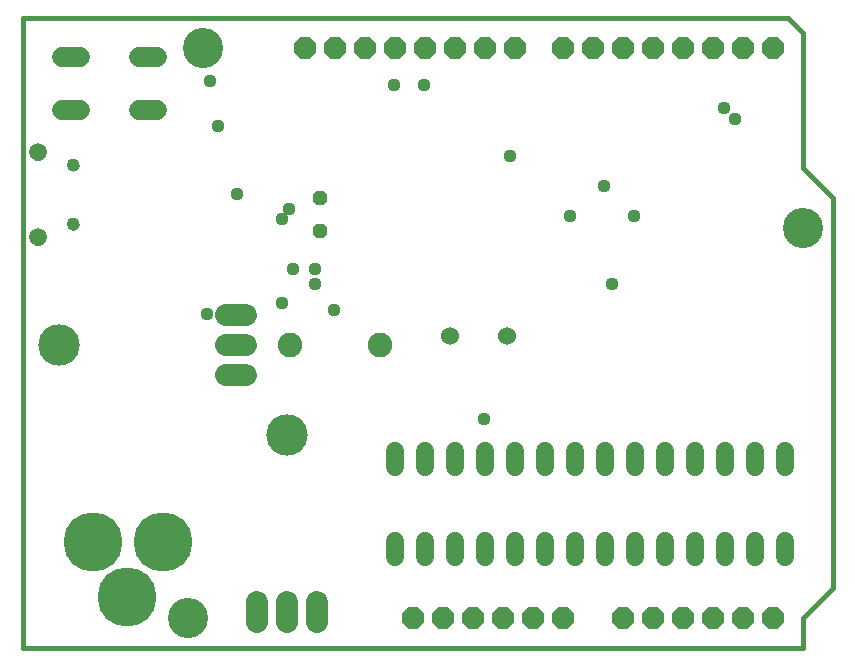
<source format=gbs>
G75*
%MOIN*%
%OFA0B0*%
%FSLAX25Y25*%
%IPPOS*%
%LPD*%
%AMOC8*
5,1,8,0,0,1.08239X$1,22.5*
%
%ADD10C,0.01600*%
%ADD11C,0.07400*%
%ADD12C,0.00000*%
%ADD13C,0.13800*%
%ADD14C,0.06000*%
%ADD15C,0.06800*%
%ADD16OC8,0.07400*%
%ADD17C,0.13398*%
%ADD18C,0.19698*%
%ADD19C,0.06000*%
%ADD20C,0.08200*%
%ADD21C,0.05918*%
%ADD22C,0.04343*%
%ADD23C,0.04400*%
%ADD24OC8,0.04762*%
D10*
X0027000Y0006800D02*
X0027000Y0216800D01*
X0282000Y0216800D01*
X0287000Y0211800D01*
X0287000Y0166800D01*
X0297000Y0156800D01*
X0297000Y0026800D01*
X0287000Y0016800D01*
X0287000Y0006800D01*
X0027000Y0006800D01*
D11*
X0105000Y0015500D02*
X0105000Y0022100D01*
X0115000Y0022100D02*
X0115000Y0015500D01*
X0125000Y0015500D02*
X0125000Y0022100D01*
X0101300Y0097800D02*
X0094700Y0097800D01*
X0094700Y0107800D02*
X0101300Y0107800D01*
X0101300Y0117800D02*
X0094700Y0117800D01*
D12*
X0042039Y0147957D02*
X0042041Y0148041D01*
X0042047Y0148124D01*
X0042057Y0148207D01*
X0042071Y0148290D01*
X0042088Y0148372D01*
X0042110Y0148453D01*
X0042135Y0148532D01*
X0042164Y0148611D01*
X0042197Y0148688D01*
X0042233Y0148763D01*
X0042273Y0148837D01*
X0042316Y0148909D01*
X0042363Y0148978D01*
X0042413Y0149045D01*
X0042466Y0149110D01*
X0042522Y0149172D01*
X0042580Y0149232D01*
X0042642Y0149289D01*
X0042706Y0149342D01*
X0042773Y0149393D01*
X0042842Y0149440D01*
X0042913Y0149485D01*
X0042986Y0149525D01*
X0043061Y0149562D01*
X0043138Y0149596D01*
X0043216Y0149626D01*
X0043295Y0149652D01*
X0043376Y0149675D01*
X0043458Y0149693D01*
X0043540Y0149708D01*
X0043623Y0149719D01*
X0043706Y0149726D01*
X0043790Y0149729D01*
X0043874Y0149728D01*
X0043957Y0149723D01*
X0044041Y0149714D01*
X0044123Y0149701D01*
X0044205Y0149685D01*
X0044286Y0149664D01*
X0044367Y0149640D01*
X0044445Y0149612D01*
X0044523Y0149580D01*
X0044599Y0149544D01*
X0044673Y0149505D01*
X0044745Y0149463D01*
X0044815Y0149417D01*
X0044883Y0149368D01*
X0044948Y0149316D01*
X0045011Y0149261D01*
X0045071Y0149203D01*
X0045129Y0149142D01*
X0045183Y0149078D01*
X0045235Y0149012D01*
X0045283Y0148944D01*
X0045328Y0148873D01*
X0045369Y0148800D01*
X0045408Y0148726D01*
X0045442Y0148650D01*
X0045473Y0148572D01*
X0045500Y0148493D01*
X0045524Y0148412D01*
X0045543Y0148331D01*
X0045559Y0148249D01*
X0045571Y0148166D01*
X0045579Y0148082D01*
X0045583Y0147999D01*
X0045583Y0147915D01*
X0045579Y0147832D01*
X0045571Y0147748D01*
X0045559Y0147665D01*
X0045543Y0147583D01*
X0045524Y0147502D01*
X0045500Y0147421D01*
X0045473Y0147342D01*
X0045442Y0147264D01*
X0045408Y0147188D01*
X0045369Y0147114D01*
X0045328Y0147041D01*
X0045283Y0146970D01*
X0045235Y0146902D01*
X0045183Y0146836D01*
X0045129Y0146772D01*
X0045071Y0146711D01*
X0045011Y0146653D01*
X0044948Y0146598D01*
X0044883Y0146546D01*
X0044815Y0146497D01*
X0044745Y0146451D01*
X0044673Y0146409D01*
X0044599Y0146370D01*
X0044523Y0146334D01*
X0044445Y0146302D01*
X0044367Y0146274D01*
X0044286Y0146250D01*
X0044205Y0146229D01*
X0044123Y0146213D01*
X0044041Y0146200D01*
X0043957Y0146191D01*
X0043874Y0146186D01*
X0043790Y0146185D01*
X0043706Y0146188D01*
X0043623Y0146195D01*
X0043540Y0146206D01*
X0043458Y0146221D01*
X0043376Y0146239D01*
X0043295Y0146262D01*
X0043216Y0146288D01*
X0043138Y0146318D01*
X0043061Y0146352D01*
X0042986Y0146389D01*
X0042913Y0146429D01*
X0042842Y0146474D01*
X0042773Y0146521D01*
X0042706Y0146572D01*
X0042642Y0146625D01*
X0042580Y0146682D01*
X0042522Y0146742D01*
X0042466Y0146804D01*
X0042413Y0146869D01*
X0042363Y0146936D01*
X0042316Y0147005D01*
X0042273Y0147077D01*
X0042233Y0147151D01*
X0042197Y0147226D01*
X0042164Y0147303D01*
X0042135Y0147382D01*
X0042110Y0147461D01*
X0042088Y0147542D01*
X0042071Y0147624D01*
X0042057Y0147707D01*
X0042047Y0147790D01*
X0042041Y0147873D01*
X0042039Y0147957D01*
X0029441Y0143627D02*
X0029443Y0143728D01*
X0029449Y0143829D01*
X0029459Y0143930D01*
X0029473Y0144030D01*
X0029491Y0144129D01*
X0029513Y0144228D01*
X0029538Y0144326D01*
X0029568Y0144423D01*
X0029601Y0144518D01*
X0029638Y0144612D01*
X0029679Y0144705D01*
X0029723Y0144796D01*
X0029771Y0144885D01*
X0029823Y0144972D01*
X0029878Y0145057D01*
X0029936Y0145139D01*
X0029997Y0145220D01*
X0030062Y0145298D01*
X0030129Y0145373D01*
X0030199Y0145445D01*
X0030273Y0145515D01*
X0030349Y0145582D01*
X0030427Y0145646D01*
X0030508Y0145706D01*
X0030591Y0145763D01*
X0030677Y0145817D01*
X0030765Y0145868D01*
X0030854Y0145915D01*
X0030945Y0145959D01*
X0031038Y0145998D01*
X0031133Y0146035D01*
X0031228Y0146067D01*
X0031325Y0146096D01*
X0031424Y0146120D01*
X0031522Y0146141D01*
X0031622Y0146158D01*
X0031722Y0146171D01*
X0031823Y0146180D01*
X0031924Y0146185D01*
X0032025Y0146186D01*
X0032126Y0146183D01*
X0032227Y0146176D01*
X0032328Y0146165D01*
X0032428Y0146150D01*
X0032527Y0146131D01*
X0032626Y0146108D01*
X0032723Y0146082D01*
X0032820Y0146051D01*
X0032915Y0146017D01*
X0033008Y0145979D01*
X0033101Y0145937D01*
X0033191Y0145892D01*
X0033280Y0145843D01*
X0033366Y0145791D01*
X0033450Y0145735D01*
X0033533Y0145676D01*
X0033612Y0145614D01*
X0033690Y0145549D01*
X0033764Y0145481D01*
X0033836Y0145409D01*
X0033905Y0145336D01*
X0033971Y0145259D01*
X0034034Y0145180D01*
X0034094Y0145098D01*
X0034150Y0145014D01*
X0034203Y0144928D01*
X0034253Y0144840D01*
X0034299Y0144750D01*
X0034342Y0144659D01*
X0034381Y0144565D01*
X0034416Y0144470D01*
X0034447Y0144374D01*
X0034475Y0144277D01*
X0034499Y0144179D01*
X0034519Y0144080D01*
X0034535Y0143980D01*
X0034547Y0143879D01*
X0034555Y0143779D01*
X0034559Y0143678D01*
X0034559Y0143576D01*
X0034555Y0143475D01*
X0034547Y0143375D01*
X0034535Y0143274D01*
X0034519Y0143174D01*
X0034499Y0143075D01*
X0034475Y0142977D01*
X0034447Y0142880D01*
X0034416Y0142784D01*
X0034381Y0142689D01*
X0034342Y0142595D01*
X0034299Y0142504D01*
X0034253Y0142414D01*
X0034203Y0142326D01*
X0034150Y0142240D01*
X0034094Y0142156D01*
X0034034Y0142074D01*
X0033971Y0141995D01*
X0033905Y0141918D01*
X0033836Y0141845D01*
X0033764Y0141773D01*
X0033690Y0141705D01*
X0033612Y0141640D01*
X0033533Y0141578D01*
X0033450Y0141519D01*
X0033366Y0141463D01*
X0033279Y0141411D01*
X0033191Y0141362D01*
X0033101Y0141317D01*
X0033008Y0141275D01*
X0032915Y0141237D01*
X0032820Y0141203D01*
X0032723Y0141172D01*
X0032626Y0141146D01*
X0032527Y0141123D01*
X0032428Y0141104D01*
X0032328Y0141089D01*
X0032227Y0141078D01*
X0032126Y0141071D01*
X0032025Y0141068D01*
X0031924Y0141069D01*
X0031823Y0141074D01*
X0031722Y0141083D01*
X0031622Y0141096D01*
X0031522Y0141113D01*
X0031424Y0141134D01*
X0031325Y0141158D01*
X0031228Y0141187D01*
X0031133Y0141219D01*
X0031038Y0141256D01*
X0030945Y0141295D01*
X0030854Y0141339D01*
X0030765Y0141386D01*
X0030677Y0141437D01*
X0030591Y0141491D01*
X0030508Y0141548D01*
X0030427Y0141608D01*
X0030349Y0141672D01*
X0030273Y0141739D01*
X0030199Y0141809D01*
X0030129Y0141881D01*
X0030062Y0141956D01*
X0029997Y0142034D01*
X0029936Y0142115D01*
X0029878Y0142197D01*
X0029823Y0142282D01*
X0029771Y0142369D01*
X0029723Y0142458D01*
X0029679Y0142549D01*
X0029638Y0142642D01*
X0029601Y0142736D01*
X0029568Y0142831D01*
X0029538Y0142928D01*
X0029513Y0143026D01*
X0029491Y0143125D01*
X0029473Y0143224D01*
X0029459Y0143324D01*
X0029449Y0143425D01*
X0029443Y0143526D01*
X0029441Y0143627D01*
X0042039Y0167643D02*
X0042041Y0167727D01*
X0042047Y0167810D01*
X0042057Y0167893D01*
X0042071Y0167976D01*
X0042088Y0168058D01*
X0042110Y0168139D01*
X0042135Y0168218D01*
X0042164Y0168297D01*
X0042197Y0168374D01*
X0042233Y0168449D01*
X0042273Y0168523D01*
X0042316Y0168595D01*
X0042363Y0168664D01*
X0042413Y0168731D01*
X0042466Y0168796D01*
X0042522Y0168858D01*
X0042580Y0168918D01*
X0042642Y0168975D01*
X0042706Y0169028D01*
X0042773Y0169079D01*
X0042842Y0169126D01*
X0042913Y0169171D01*
X0042986Y0169211D01*
X0043061Y0169248D01*
X0043138Y0169282D01*
X0043216Y0169312D01*
X0043295Y0169338D01*
X0043376Y0169361D01*
X0043458Y0169379D01*
X0043540Y0169394D01*
X0043623Y0169405D01*
X0043706Y0169412D01*
X0043790Y0169415D01*
X0043874Y0169414D01*
X0043957Y0169409D01*
X0044041Y0169400D01*
X0044123Y0169387D01*
X0044205Y0169371D01*
X0044286Y0169350D01*
X0044367Y0169326D01*
X0044445Y0169298D01*
X0044523Y0169266D01*
X0044599Y0169230D01*
X0044673Y0169191D01*
X0044745Y0169149D01*
X0044815Y0169103D01*
X0044883Y0169054D01*
X0044948Y0169002D01*
X0045011Y0168947D01*
X0045071Y0168889D01*
X0045129Y0168828D01*
X0045183Y0168764D01*
X0045235Y0168698D01*
X0045283Y0168630D01*
X0045328Y0168559D01*
X0045369Y0168486D01*
X0045408Y0168412D01*
X0045442Y0168336D01*
X0045473Y0168258D01*
X0045500Y0168179D01*
X0045524Y0168098D01*
X0045543Y0168017D01*
X0045559Y0167935D01*
X0045571Y0167852D01*
X0045579Y0167768D01*
X0045583Y0167685D01*
X0045583Y0167601D01*
X0045579Y0167518D01*
X0045571Y0167434D01*
X0045559Y0167351D01*
X0045543Y0167269D01*
X0045524Y0167188D01*
X0045500Y0167107D01*
X0045473Y0167028D01*
X0045442Y0166950D01*
X0045408Y0166874D01*
X0045369Y0166800D01*
X0045328Y0166727D01*
X0045283Y0166656D01*
X0045235Y0166588D01*
X0045183Y0166522D01*
X0045129Y0166458D01*
X0045071Y0166397D01*
X0045011Y0166339D01*
X0044948Y0166284D01*
X0044883Y0166232D01*
X0044815Y0166183D01*
X0044745Y0166137D01*
X0044673Y0166095D01*
X0044599Y0166056D01*
X0044523Y0166020D01*
X0044445Y0165988D01*
X0044367Y0165960D01*
X0044286Y0165936D01*
X0044205Y0165915D01*
X0044123Y0165899D01*
X0044041Y0165886D01*
X0043957Y0165877D01*
X0043874Y0165872D01*
X0043790Y0165871D01*
X0043706Y0165874D01*
X0043623Y0165881D01*
X0043540Y0165892D01*
X0043458Y0165907D01*
X0043376Y0165925D01*
X0043295Y0165948D01*
X0043216Y0165974D01*
X0043138Y0166004D01*
X0043061Y0166038D01*
X0042986Y0166075D01*
X0042913Y0166115D01*
X0042842Y0166160D01*
X0042773Y0166207D01*
X0042706Y0166258D01*
X0042642Y0166311D01*
X0042580Y0166368D01*
X0042522Y0166428D01*
X0042466Y0166490D01*
X0042413Y0166555D01*
X0042363Y0166622D01*
X0042316Y0166691D01*
X0042273Y0166763D01*
X0042233Y0166837D01*
X0042197Y0166912D01*
X0042164Y0166989D01*
X0042135Y0167068D01*
X0042110Y0167147D01*
X0042088Y0167228D01*
X0042071Y0167310D01*
X0042057Y0167393D01*
X0042047Y0167476D01*
X0042041Y0167559D01*
X0042039Y0167643D01*
X0029441Y0171973D02*
X0029443Y0172074D01*
X0029449Y0172175D01*
X0029459Y0172276D01*
X0029473Y0172376D01*
X0029491Y0172475D01*
X0029513Y0172574D01*
X0029538Y0172672D01*
X0029568Y0172769D01*
X0029601Y0172864D01*
X0029638Y0172958D01*
X0029679Y0173051D01*
X0029723Y0173142D01*
X0029771Y0173231D01*
X0029823Y0173318D01*
X0029878Y0173403D01*
X0029936Y0173485D01*
X0029997Y0173566D01*
X0030062Y0173644D01*
X0030129Y0173719D01*
X0030199Y0173791D01*
X0030273Y0173861D01*
X0030349Y0173928D01*
X0030427Y0173992D01*
X0030508Y0174052D01*
X0030591Y0174109D01*
X0030677Y0174163D01*
X0030765Y0174214D01*
X0030854Y0174261D01*
X0030945Y0174305D01*
X0031038Y0174344D01*
X0031133Y0174381D01*
X0031228Y0174413D01*
X0031325Y0174442D01*
X0031424Y0174466D01*
X0031522Y0174487D01*
X0031622Y0174504D01*
X0031722Y0174517D01*
X0031823Y0174526D01*
X0031924Y0174531D01*
X0032025Y0174532D01*
X0032126Y0174529D01*
X0032227Y0174522D01*
X0032328Y0174511D01*
X0032428Y0174496D01*
X0032527Y0174477D01*
X0032626Y0174454D01*
X0032723Y0174428D01*
X0032820Y0174397D01*
X0032915Y0174363D01*
X0033008Y0174325D01*
X0033101Y0174283D01*
X0033191Y0174238D01*
X0033280Y0174189D01*
X0033366Y0174137D01*
X0033450Y0174081D01*
X0033533Y0174022D01*
X0033612Y0173960D01*
X0033690Y0173895D01*
X0033764Y0173827D01*
X0033836Y0173755D01*
X0033905Y0173682D01*
X0033971Y0173605D01*
X0034034Y0173526D01*
X0034094Y0173444D01*
X0034150Y0173360D01*
X0034203Y0173274D01*
X0034253Y0173186D01*
X0034299Y0173096D01*
X0034342Y0173005D01*
X0034381Y0172911D01*
X0034416Y0172816D01*
X0034447Y0172720D01*
X0034475Y0172623D01*
X0034499Y0172525D01*
X0034519Y0172426D01*
X0034535Y0172326D01*
X0034547Y0172225D01*
X0034555Y0172125D01*
X0034559Y0172024D01*
X0034559Y0171922D01*
X0034555Y0171821D01*
X0034547Y0171721D01*
X0034535Y0171620D01*
X0034519Y0171520D01*
X0034499Y0171421D01*
X0034475Y0171323D01*
X0034447Y0171226D01*
X0034416Y0171130D01*
X0034381Y0171035D01*
X0034342Y0170941D01*
X0034299Y0170850D01*
X0034253Y0170760D01*
X0034203Y0170672D01*
X0034150Y0170586D01*
X0034094Y0170502D01*
X0034034Y0170420D01*
X0033971Y0170341D01*
X0033905Y0170264D01*
X0033836Y0170191D01*
X0033764Y0170119D01*
X0033690Y0170051D01*
X0033612Y0169986D01*
X0033533Y0169924D01*
X0033450Y0169865D01*
X0033366Y0169809D01*
X0033279Y0169757D01*
X0033191Y0169708D01*
X0033101Y0169663D01*
X0033008Y0169621D01*
X0032915Y0169583D01*
X0032820Y0169549D01*
X0032723Y0169518D01*
X0032626Y0169492D01*
X0032527Y0169469D01*
X0032428Y0169450D01*
X0032328Y0169435D01*
X0032227Y0169424D01*
X0032126Y0169417D01*
X0032025Y0169414D01*
X0031924Y0169415D01*
X0031823Y0169420D01*
X0031722Y0169429D01*
X0031622Y0169442D01*
X0031522Y0169459D01*
X0031424Y0169480D01*
X0031325Y0169504D01*
X0031228Y0169533D01*
X0031133Y0169565D01*
X0031038Y0169602D01*
X0030945Y0169641D01*
X0030854Y0169685D01*
X0030765Y0169732D01*
X0030677Y0169783D01*
X0030591Y0169837D01*
X0030508Y0169894D01*
X0030427Y0169954D01*
X0030349Y0170018D01*
X0030273Y0170085D01*
X0030199Y0170155D01*
X0030129Y0170227D01*
X0030062Y0170302D01*
X0029997Y0170380D01*
X0029936Y0170461D01*
X0029878Y0170543D01*
X0029823Y0170628D01*
X0029771Y0170715D01*
X0029723Y0170804D01*
X0029679Y0170895D01*
X0029638Y0170988D01*
X0029601Y0171082D01*
X0029568Y0171177D01*
X0029538Y0171274D01*
X0029513Y0171372D01*
X0029491Y0171471D01*
X0029473Y0171570D01*
X0029459Y0171670D01*
X0029449Y0171771D01*
X0029443Y0171872D01*
X0029441Y0171973D01*
X0080701Y0206800D02*
X0080703Y0206958D01*
X0080709Y0207116D01*
X0080719Y0207274D01*
X0080733Y0207432D01*
X0080751Y0207589D01*
X0080772Y0207746D01*
X0080798Y0207902D01*
X0080828Y0208058D01*
X0080861Y0208213D01*
X0080899Y0208366D01*
X0080940Y0208519D01*
X0080985Y0208671D01*
X0081034Y0208822D01*
X0081087Y0208971D01*
X0081143Y0209119D01*
X0081203Y0209265D01*
X0081267Y0209410D01*
X0081335Y0209553D01*
X0081406Y0209695D01*
X0081480Y0209835D01*
X0081558Y0209972D01*
X0081640Y0210108D01*
X0081724Y0210242D01*
X0081813Y0210373D01*
X0081904Y0210502D01*
X0081999Y0210629D01*
X0082096Y0210754D01*
X0082197Y0210876D01*
X0082301Y0210995D01*
X0082408Y0211112D01*
X0082518Y0211226D01*
X0082631Y0211337D01*
X0082746Y0211446D01*
X0082864Y0211551D01*
X0082985Y0211653D01*
X0083108Y0211753D01*
X0083234Y0211849D01*
X0083362Y0211942D01*
X0083492Y0212032D01*
X0083625Y0212118D01*
X0083760Y0212202D01*
X0083896Y0212281D01*
X0084035Y0212358D01*
X0084176Y0212430D01*
X0084318Y0212500D01*
X0084462Y0212565D01*
X0084608Y0212627D01*
X0084755Y0212685D01*
X0084904Y0212740D01*
X0085054Y0212791D01*
X0085205Y0212838D01*
X0085357Y0212881D01*
X0085510Y0212920D01*
X0085665Y0212956D01*
X0085820Y0212987D01*
X0085976Y0213015D01*
X0086132Y0213039D01*
X0086289Y0213059D01*
X0086447Y0213075D01*
X0086604Y0213087D01*
X0086763Y0213095D01*
X0086921Y0213099D01*
X0087079Y0213099D01*
X0087237Y0213095D01*
X0087396Y0213087D01*
X0087553Y0213075D01*
X0087711Y0213059D01*
X0087868Y0213039D01*
X0088024Y0213015D01*
X0088180Y0212987D01*
X0088335Y0212956D01*
X0088490Y0212920D01*
X0088643Y0212881D01*
X0088795Y0212838D01*
X0088946Y0212791D01*
X0089096Y0212740D01*
X0089245Y0212685D01*
X0089392Y0212627D01*
X0089538Y0212565D01*
X0089682Y0212500D01*
X0089824Y0212430D01*
X0089965Y0212358D01*
X0090104Y0212281D01*
X0090240Y0212202D01*
X0090375Y0212118D01*
X0090508Y0212032D01*
X0090638Y0211942D01*
X0090766Y0211849D01*
X0090892Y0211753D01*
X0091015Y0211653D01*
X0091136Y0211551D01*
X0091254Y0211446D01*
X0091369Y0211337D01*
X0091482Y0211226D01*
X0091592Y0211112D01*
X0091699Y0210995D01*
X0091803Y0210876D01*
X0091904Y0210754D01*
X0092001Y0210629D01*
X0092096Y0210502D01*
X0092187Y0210373D01*
X0092276Y0210242D01*
X0092360Y0210108D01*
X0092442Y0209972D01*
X0092520Y0209835D01*
X0092594Y0209695D01*
X0092665Y0209553D01*
X0092733Y0209410D01*
X0092797Y0209265D01*
X0092857Y0209119D01*
X0092913Y0208971D01*
X0092966Y0208822D01*
X0093015Y0208671D01*
X0093060Y0208519D01*
X0093101Y0208366D01*
X0093139Y0208213D01*
X0093172Y0208058D01*
X0093202Y0207902D01*
X0093228Y0207746D01*
X0093249Y0207589D01*
X0093267Y0207432D01*
X0093281Y0207274D01*
X0093291Y0207116D01*
X0093297Y0206958D01*
X0093299Y0206800D01*
X0093297Y0206642D01*
X0093291Y0206484D01*
X0093281Y0206326D01*
X0093267Y0206168D01*
X0093249Y0206011D01*
X0093228Y0205854D01*
X0093202Y0205698D01*
X0093172Y0205542D01*
X0093139Y0205387D01*
X0093101Y0205234D01*
X0093060Y0205081D01*
X0093015Y0204929D01*
X0092966Y0204778D01*
X0092913Y0204629D01*
X0092857Y0204481D01*
X0092797Y0204335D01*
X0092733Y0204190D01*
X0092665Y0204047D01*
X0092594Y0203905D01*
X0092520Y0203765D01*
X0092442Y0203628D01*
X0092360Y0203492D01*
X0092276Y0203358D01*
X0092187Y0203227D01*
X0092096Y0203098D01*
X0092001Y0202971D01*
X0091904Y0202846D01*
X0091803Y0202724D01*
X0091699Y0202605D01*
X0091592Y0202488D01*
X0091482Y0202374D01*
X0091369Y0202263D01*
X0091254Y0202154D01*
X0091136Y0202049D01*
X0091015Y0201947D01*
X0090892Y0201847D01*
X0090766Y0201751D01*
X0090638Y0201658D01*
X0090508Y0201568D01*
X0090375Y0201482D01*
X0090240Y0201398D01*
X0090104Y0201319D01*
X0089965Y0201242D01*
X0089824Y0201170D01*
X0089682Y0201100D01*
X0089538Y0201035D01*
X0089392Y0200973D01*
X0089245Y0200915D01*
X0089096Y0200860D01*
X0088946Y0200809D01*
X0088795Y0200762D01*
X0088643Y0200719D01*
X0088490Y0200680D01*
X0088335Y0200644D01*
X0088180Y0200613D01*
X0088024Y0200585D01*
X0087868Y0200561D01*
X0087711Y0200541D01*
X0087553Y0200525D01*
X0087396Y0200513D01*
X0087237Y0200505D01*
X0087079Y0200501D01*
X0086921Y0200501D01*
X0086763Y0200505D01*
X0086604Y0200513D01*
X0086447Y0200525D01*
X0086289Y0200541D01*
X0086132Y0200561D01*
X0085976Y0200585D01*
X0085820Y0200613D01*
X0085665Y0200644D01*
X0085510Y0200680D01*
X0085357Y0200719D01*
X0085205Y0200762D01*
X0085054Y0200809D01*
X0084904Y0200860D01*
X0084755Y0200915D01*
X0084608Y0200973D01*
X0084462Y0201035D01*
X0084318Y0201100D01*
X0084176Y0201170D01*
X0084035Y0201242D01*
X0083896Y0201319D01*
X0083760Y0201398D01*
X0083625Y0201482D01*
X0083492Y0201568D01*
X0083362Y0201658D01*
X0083234Y0201751D01*
X0083108Y0201847D01*
X0082985Y0201947D01*
X0082864Y0202049D01*
X0082746Y0202154D01*
X0082631Y0202263D01*
X0082518Y0202374D01*
X0082408Y0202488D01*
X0082301Y0202605D01*
X0082197Y0202724D01*
X0082096Y0202846D01*
X0081999Y0202971D01*
X0081904Y0203098D01*
X0081813Y0203227D01*
X0081724Y0203358D01*
X0081640Y0203492D01*
X0081558Y0203628D01*
X0081480Y0203765D01*
X0081406Y0203905D01*
X0081335Y0204047D01*
X0081267Y0204190D01*
X0081203Y0204335D01*
X0081143Y0204481D01*
X0081087Y0204629D01*
X0081034Y0204778D01*
X0080985Y0204929D01*
X0080940Y0205081D01*
X0080899Y0205234D01*
X0080861Y0205387D01*
X0080828Y0205542D01*
X0080798Y0205698D01*
X0080772Y0205854D01*
X0080751Y0206011D01*
X0080733Y0206168D01*
X0080719Y0206326D01*
X0080709Y0206484D01*
X0080703Y0206642D01*
X0080701Y0206800D01*
X0032500Y0107800D02*
X0032502Y0107961D01*
X0032508Y0108121D01*
X0032518Y0108282D01*
X0032532Y0108442D01*
X0032550Y0108602D01*
X0032571Y0108761D01*
X0032597Y0108920D01*
X0032627Y0109078D01*
X0032660Y0109235D01*
X0032698Y0109392D01*
X0032739Y0109547D01*
X0032784Y0109701D01*
X0032833Y0109854D01*
X0032886Y0110006D01*
X0032942Y0110157D01*
X0033003Y0110306D01*
X0033066Y0110454D01*
X0033134Y0110600D01*
X0033205Y0110744D01*
X0033279Y0110886D01*
X0033357Y0111027D01*
X0033439Y0111165D01*
X0033524Y0111302D01*
X0033612Y0111436D01*
X0033704Y0111568D01*
X0033799Y0111698D01*
X0033897Y0111826D01*
X0033998Y0111951D01*
X0034102Y0112073D01*
X0034209Y0112193D01*
X0034319Y0112310D01*
X0034432Y0112425D01*
X0034548Y0112536D01*
X0034667Y0112645D01*
X0034788Y0112750D01*
X0034912Y0112853D01*
X0035038Y0112953D01*
X0035166Y0113049D01*
X0035297Y0113142D01*
X0035431Y0113232D01*
X0035566Y0113319D01*
X0035704Y0113402D01*
X0035843Y0113482D01*
X0035985Y0113558D01*
X0036128Y0113631D01*
X0036273Y0113700D01*
X0036420Y0113766D01*
X0036568Y0113828D01*
X0036718Y0113886D01*
X0036869Y0113941D01*
X0037022Y0113992D01*
X0037176Y0114039D01*
X0037331Y0114082D01*
X0037487Y0114121D01*
X0037643Y0114157D01*
X0037801Y0114188D01*
X0037959Y0114216D01*
X0038118Y0114240D01*
X0038278Y0114260D01*
X0038438Y0114276D01*
X0038598Y0114288D01*
X0038759Y0114296D01*
X0038920Y0114300D01*
X0039080Y0114300D01*
X0039241Y0114296D01*
X0039402Y0114288D01*
X0039562Y0114276D01*
X0039722Y0114260D01*
X0039882Y0114240D01*
X0040041Y0114216D01*
X0040199Y0114188D01*
X0040357Y0114157D01*
X0040513Y0114121D01*
X0040669Y0114082D01*
X0040824Y0114039D01*
X0040978Y0113992D01*
X0041131Y0113941D01*
X0041282Y0113886D01*
X0041432Y0113828D01*
X0041580Y0113766D01*
X0041727Y0113700D01*
X0041872Y0113631D01*
X0042015Y0113558D01*
X0042157Y0113482D01*
X0042296Y0113402D01*
X0042434Y0113319D01*
X0042569Y0113232D01*
X0042703Y0113142D01*
X0042834Y0113049D01*
X0042962Y0112953D01*
X0043088Y0112853D01*
X0043212Y0112750D01*
X0043333Y0112645D01*
X0043452Y0112536D01*
X0043568Y0112425D01*
X0043681Y0112310D01*
X0043791Y0112193D01*
X0043898Y0112073D01*
X0044002Y0111951D01*
X0044103Y0111826D01*
X0044201Y0111698D01*
X0044296Y0111568D01*
X0044388Y0111436D01*
X0044476Y0111302D01*
X0044561Y0111165D01*
X0044643Y0111027D01*
X0044721Y0110886D01*
X0044795Y0110744D01*
X0044866Y0110600D01*
X0044934Y0110454D01*
X0044997Y0110306D01*
X0045058Y0110157D01*
X0045114Y0110006D01*
X0045167Y0109854D01*
X0045216Y0109701D01*
X0045261Y0109547D01*
X0045302Y0109392D01*
X0045340Y0109235D01*
X0045373Y0109078D01*
X0045403Y0108920D01*
X0045429Y0108761D01*
X0045450Y0108602D01*
X0045468Y0108442D01*
X0045482Y0108282D01*
X0045492Y0108121D01*
X0045498Y0107961D01*
X0045500Y0107800D01*
X0045498Y0107639D01*
X0045492Y0107479D01*
X0045482Y0107318D01*
X0045468Y0107158D01*
X0045450Y0106998D01*
X0045429Y0106839D01*
X0045403Y0106680D01*
X0045373Y0106522D01*
X0045340Y0106365D01*
X0045302Y0106208D01*
X0045261Y0106053D01*
X0045216Y0105899D01*
X0045167Y0105746D01*
X0045114Y0105594D01*
X0045058Y0105443D01*
X0044997Y0105294D01*
X0044934Y0105146D01*
X0044866Y0105000D01*
X0044795Y0104856D01*
X0044721Y0104714D01*
X0044643Y0104573D01*
X0044561Y0104435D01*
X0044476Y0104298D01*
X0044388Y0104164D01*
X0044296Y0104032D01*
X0044201Y0103902D01*
X0044103Y0103774D01*
X0044002Y0103649D01*
X0043898Y0103527D01*
X0043791Y0103407D01*
X0043681Y0103290D01*
X0043568Y0103175D01*
X0043452Y0103064D01*
X0043333Y0102955D01*
X0043212Y0102850D01*
X0043088Y0102747D01*
X0042962Y0102647D01*
X0042834Y0102551D01*
X0042703Y0102458D01*
X0042569Y0102368D01*
X0042434Y0102281D01*
X0042296Y0102198D01*
X0042157Y0102118D01*
X0042015Y0102042D01*
X0041872Y0101969D01*
X0041727Y0101900D01*
X0041580Y0101834D01*
X0041432Y0101772D01*
X0041282Y0101714D01*
X0041131Y0101659D01*
X0040978Y0101608D01*
X0040824Y0101561D01*
X0040669Y0101518D01*
X0040513Y0101479D01*
X0040357Y0101443D01*
X0040199Y0101412D01*
X0040041Y0101384D01*
X0039882Y0101360D01*
X0039722Y0101340D01*
X0039562Y0101324D01*
X0039402Y0101312D01*
X0039241Y0101304D01*
X0039080Y0101300D01*
X0038920Y0101300D01*
X0038759Y0101304D01*
X0038598Y0101312D01*
X0038438Y0101324D01*
X0038278Y0101340D01*
X0038118Y0101360D01*
X0037959Y0101384D01*
X0037801Y0101412D01*
X0037643Y0101443D01*
X0037487Y0101479D01*
X0037331Y0101518D01*
X0037176Y0101561D01*
X0037022Y0101608D01*
X0036869Y0101659D01*
X0036718Y0101714D01*
X0036568Y0101772D01*
X0036420Y0101834D01*
X0036273Y0101900D01*
X0036128Y0101969D01*
X0035985Y0102042D01*
X0035843Y0102118D01*
X0035704Y0102198D01*
X0035566Y0102281D01*
X0035431Y0102368D01*
X0035297Y0102458D01*
X0035166Y0102551D01*
X0035038Y0102647D01*
X0034912Y0102747D01*
X0034788Y0102850D01*
X0034667Y0102955D01*
X0034548Y0103064D01*
X0034432Y0103175D01*
X0034319Y0103290D01*
X0034209Y0103407D01*
X0034102Y0103527D01*
X0033998Y0103649D01*
X0033897Y0103774D01*
X0033799Y0103902D01*
X0033704Y0104032D01*
X0033612Y0104164D01*
X0033524Y0104298D01*
X0033439Y0104435D01*
X0033357Y0104573D01*
X0033279Y0104714D01*
X0033205Y0104856D01*
X0033134Y0105000D01*
X0033066Y0105146D01*
X0033003Y0105294D01*
X0032942Y0105443D01*
X0032886Y0105594D01*
X0032833Y0105746D01*
X0032784Y0105899D01*
X0032739Y0106053D01*
X0032698Y0106208D01*
X0032660Y0106365D01*
X0032627Y0106522D01*
X0032597Y0106680D01*
X0032571Y0106839D01*
X0032550Y0106998D01*
X0032532Y0107158D01*
X0032518Y0107318D01*
X0032508Y0107479D01*
X0032502Y0107639D01*
X0032500Y0107800D01*
X0108500Y0077800D02*
X0108502Y0077961D01*
X0108508Y0078121D01*
X0108518Y0078282D01*
X0108532Y0078442D01*
X0108550Y0078602D01*
X0108571Y0078761D01*
X0108597Y0078920D01*
X0108627Y0079078D01*
X0108660Y0079235D01*
X0108698Y0079392D01*
X0108739Y0079547D01*
X0108784Y0079701D01*
X0108833Y0079854D01*
X0108886Y0080006D01*
X0108942Y0080157D01*
X0109003Y0080306D01*
X0109066Y0080454D01*
X0109134Y0080600D01*
X0109205Y0080744D01*
X0109279Y0080886D01*
X0109357Y0081027D01*
X0109439Y0081165D01*
X0109524Y0081302D01*
X0109612Y0081436D01*
X0109704Y0081568D01*
X0109799Y0081698D01*
X0109897Y0081826D01*
X0109998Y0081951D01*
X0110102Y0082073D01*
X0110209Y0082193D01*
X0110319Y0082310D01*
X0110432Y0082425D01*
X0110548Y0082536D01*
X0110667Y0082645D01*
X0110788Y0082750D01*
X0110912Y0082853D01*
X0111038Y0082953D01*
X0111166Y0083049D01*
X0111297Y0083142D01*
X0111431Y0083232D01*
X0111566Y0083319D01*
X0111704Y0083402D01*
X0111843Y0083482D01*
X0111985Y0083558D01*
X0112128Y0083631D01*
X0112273Y0083700D01*
X0112420Y0083766D01*
X0112568Y0083828D01*
X0112718Y0083886D01*
X0112869Y0083941D01*
X0113022Y0083992D01*
X0113176Y0084039D01*
X0113331Y0084082D01*
X0113487Y0084121D01*
X0113643Y0084157D01*
X0113801Y0084188D01*
X0113959Y0084216D01*
X0114118Y0084240D01*
X0114278Y0084260D01*
X0114438Y0084276D01*
X0114598Y0084288D01*
X0114759Y0084296D01*
X0114920Y0084300D01*
X0115080Y0084300D01*
X0115241Y0084296D01*
X0115402Y0084288D01*
X0115562Y0084276D01*
X0115722Y0084260D01*
X0115882Y0084240D01*
X0116041Y0084216D01*
X0116199Y0084188D01*
X0116357Y0084157D01*
X0116513Y0084121D01*
X0116669Y0084082D01*
X0116824Y0084039D01*
X0116978Y0083992D01*
X0117131Y0083941D01*
X0117282Y0083886D01*
X0117432Y0083828D01*
X0117580Y0083766D01*
X0117727Y0083700D01*
X0117872Y0083631D01*
X0118015Y0083558D01*
X0118157Y0083482D01*
X0118296Y0083402D01*
X0118434Y0083319D01*
X0118569Y0083232D01*
X0118703Y0083142D01*
X0118834Y0083049D01*
X0118962Y0082953D01*
X0119088Y0082853D01*
X0119212Y0082750D01*
X0119333Y0082645D01*
X0119452Y0082536D01*
X0119568Y0082425D01*
X0119681Y0082310D01*
X0119791Y0082193D01*
X0119898Y0082073D01*
X0120002Y0081951D01*
X0120103Y0081826D01*
X0120201Y0081698D01*
X0120296Y0081568D01*
X0120388Y0081436D01*
X0120476Y0081302D01*
X0120561Y0081165D01*
X0120643Y0081027D01*
X0120721Y0080886D01*
X0120795Y0080744D01*
X0120866Y0080600D01*
X0120934Y0080454D01*
X0120997Y0080306D01*
X0121058Y0080157D01*
X0121114Y0080006D01*
X0121167Y0079854D01*
X0121216Y0079701D01*
X0121261Y0079547D01*
X0121302Y0079392D01*
X0121340Y0079235D01*
X0121373Y0079078D01*
X0121403Y0078920D01*
X0121429Y0078761D01*
X0121450Y0078602D01*
X0121468Y0078442D01*
X0121482Y0078282D01*
X0121492Y0078121D01*
X0121498Y0077961D01*
X0121500Y0077800D01*
X0121498Y0077639D01*
X0121492Y0077479D01*
X0121482Y0077318D01*
X0121468Y0077158D01*
X0121450Y0076998D01*
X0121429Y0076839D01*
X0121403Y0076680D01*
X0121373Y0076522D01*
X0121340Y0076365D01*
X0121302Y0076208D01*
X0121261Y0076053D01*
X0121216Y0075899D01*
X0121167Y0075746D01*
X0121114Y0075594D01*
X0121058Y0075443D01*
X0120997Y0075294D01*
X0120934Y0075146D01*
X0120866Y0075000D01*
X0120795Y0074856D01*
X0120721Y0074714D01*
X0120643Y0074573D01*
X0120561Y0074435D01*
X0120476Y0074298D01*
X0120388Y0074164D01*
X0120296Y0074032D01*
X0120201Y0073902D01*
X0120103Y0073774D01*
X0120002Y0073649D01*
X0119898Y0073527D01*
X0119791Y0073407D01*
X0119681Y0073290D01*
X0119568Y0073175D01*
X0119452Y0073064D01*
X0119333Y0072955D01*
X0119212Y0072850D01*
X0119088Y0072747D01*
X0118962Y0072647D01*
X0118834Y0072551D01*
X0118703Y0072458D01*
X0118569Y0072368D01*
X0118434Y0072281D01*
X0118296Y0072198D01*
X0118157Y0072118D01*
X0118015Y0072042D01*
X0117872Y0071969D01*
X0117727Y0071900D01*
X0117580Y0071834D01*
X0117432Y0071772D01*
X0117282Y0071714D01*
X0117131Y0071659D01*
X0116978Y0071608D01*
X0116824Y0071561D01*
X0116669Y0071518D01*
X0116513Y0071479D01*
X0116357Y0071443D01*
X0116199Y0071412D01*
X0116041Y0071384D01*
X0115882Y0071360D01*
X0115722Y0071340D01*
X0115562Y0071324D01*
X0115402Y0071312D01*
X0115241Y0071304D01*
X0115080Y0071300D01*
X0114920Y0071300D01*
X0114759Y0071304D01*
X0114598Y0071312D01*
X0114438Y0071324D01*
X0114278Y0071340D01*
X0114118Y0071360D01*
X0113959Y0071384D01*
X0113801Y0071412D01*
X0113643Y0071443D01*
X0113487Y0071479D01*
X0113331Y0071518D01*
X0113176Y0071561D01*
X0113022Y0071608D01*
X0112869Y0071659D01*
X0112718Y0071714D01*
X0112568Y0071772D01*
X0112420Y0071834D01*
X0112273Y0071900D01*
X0112128Y0071969D01*
X0111985Y0072042D01*
X0111843Y0072118D01*
X0111704Y0072198D01*
X0111566Y0072281D01*
X0111431Y0072368D01*
X0111297Y0072458D01*
X0111166Y0072551D01*
X0111038Y0072647D01*
X0110912Y0072747D01*
X0110788Y0072850D01*
X0110667Y0072955D01*
X0110548Y0073064D01*
X0110432Y0073175D01*
X0110319Y0073290D01*
X0110209Y0073407D01*
X0110102Y0073527D01*
X0109998Y0073649D01*
X0109897Y0073774D01*
X0109799Y0073902D01*
X0109704Y0074032D01*
X0109612Y0074164D01*
X0109524Y0074298D01*
X0109439Y0074435D01*
X0109357Y0074573D01*
X0109279Y0074714D01*
X0109205Y0074856D01*
X0109134Y0075000D01*
X0109066Y0075146D01*
X0109003Y0075294D01*
X0108942Y0075443D01*
X0108886Y0075594D01*
X0108833Y0075746D01*
X0108784Y0075899D01*
X0108739Y0076053D01*
X0108698Y0076208D01*
X0108660Y0076365D01*
X0108627Y0076522D01*
X0108597Y0076680D01*
X0108571Y0076839D01*
X0108550Y0076998D01*
X0108532Y0077158D01*
X0108518Y0077318D01*
X0108508Y0077479D01*
X0108502Y0077639D01*
X0108500Y0077800D01*
X0075701Y0016800D02*
X0075703Y0016958D01*
X0075709Y0017116D01*
X0075719Y0017274D01*
X0075733Y0017432D01*
X0075751Y0017589D01*
X0075772Y0017746D01*
X0075798Y0017902D01*
X0075828Y0018058D01*
X0075861Y0018213D01*
X0075899Y0018366D01*
X0075940Y0018519D01*
X0075985Y0018671D01*
X0076034Y0018822D01*
X0076087Y0018971D01*
X0076143Y0019119D01*
X0076203Y0019265D01*
X0076267Y0019410D01*
X0076335Y0019553D01*
X0076406Y0019695D01*
X0076480Y0019835D01*
X0076558Y0019972D01*
X0076640Y0020108D01*
X0076724Y0020242D01*
X0076813Y0020373D01*
X0076904Y0020502D01*
X0076999Y0020629D01*
X0077096Y0020754D01*
X0077197Y0020876D01*
X0077301Y0020995D01*
X0077408Y0021112D01*
X0077518Y0021226D01*
X0077631Y0021337D01*
X0077746Y0021446D01*
X0077864Y0021551D01*
X0077985Y0021653D01*
X0078108Y0021753D01*
X0078234Y0021849D01*
X0078362Y0021942D01*
X0078492Y0022032D01*
X0078625Y0022118D01*
X0078760Y0022202D01*
X0078896Y0022281D01*
X0079035Y0022358D01*
X0079176Y0022430D01*
X0079318Y0022500D01*
X0079462Y0022565D01*
X0079608Y0022627D01*
X0079755Y0022685D01*
X0079904Y0022740D01*
X0080054Y0022791D01*
X0080205Y0022838D01*
X0080357Y0022881D01*
X0080510Y0022920D01*
X0080665Y0022956D01*
X0080820Y0022987D01*
X0080976Y0023015D01*
X0081132Y0023039D01*
X0081289Y0023059D01*
X0081447Y0023075D01*
X0081604Y0023087D01*
X0081763Y0023095D01*
X0081921Y0023099D01*
X0082079Y0023099D01*
X0082237Y0023095D01*
X0082396Y0023087D01*
X0082553Y0023075D01*
X0082711Y0023059D01*
X0082868Y0023039D01*
X0083024Y0023015D01*
X0083180Y0022987D01*
X0083335Y0022956D01*
X0083490Y0022920D01*
X0083643Y0022881D01*
X0083795Y0022838D01*
X0083946Y0022791D01*
X0084096Y0022740D01*
X0084245Y0022685D01*
X0084392Y0022627D01*
X0084538Y0022565D01*
X0084682Y0022500D01*
X0084824Y0022430D01*
X0084965Y0022358D01*
X0085104Y0022281D01*
X0085240Y0022202D01*
X0085375Y0022118D01*
X0085508Y0022032D01*
X0085638Y0021942D01*
X0085766Y0021849D01*
X0085892Y0021753D01*
X0086015Y0021653D01*
X0086136Y0021551D01*
X0086254Y0021446D01*
X0086369Y0021337D01*
X0086482Y0021226D01*
X0086592Y0021112D01*
X0086699Y0020995D01*
X0086803Y0020876D01*
X0086904Y0020754D01*
X0087001Y0020629D01*
X0087096Y0020502D01*
X0087187Y0020373D01*
X0087276Y0020242D01*
X0087360Y0020108D01*
X0087442Y0019972D01*
X0087520Y0019835D01*
X0087594Y0019695D01*
X0087665Y0019553D01*
X0087733Y0019410D01*
X0087797Y0019265D01*
X0087857Y0019119D01*
X0087913Y0018971D01*
X0087966Y0018822D01*
X0088015Y0018671D01*
X0088060Y0018519D01*
X0088101Y0018366D01*
X0088139Y0018213D01*
X0088172Y0018058D01*
X0088202Y0017902D01*
X0088228Y0017746D01*
X0088249Y0017589D01*
X0088267Y0017432D01*
X0088281Y0017274D01*
X0088291Y0017116D01*
X0088297Y0016958D01*
X0088299Y0016800D01*
X0088297Y0016642D01*
X0088291Y0016484D01*
X0088281Y0016326D01*
X0088267Y0016168D01*
X0088249Y0016011D01*
X0088228Y0015854D01*
X0088202Y0015698D01*
X0088172Y0015542D01*
X0088139Y0015387D01*
X0088101Y0015234D01*
X0088060Y0015081D01*
X0088015Y0014929D01*
X0087966Y0014778D01*
X0087913Y0014629D01*
X0087857Y0014481D01*
X0087797Y0014335D01*
X0087733Y0014190D01*
X0087665Y0014047D01*
X0087594Y0013905D01*
X0087520Y0013765D01*
X0087442Y0013628D01*
X0087360Y0013492D01*
X0087276Y0013358D01*
X0087187Y0013227D01*
X0087096Y0013098D01*
X0087001Y0012971D01*
X0086904Y0012846D01*
X0086803Y0012724D01*
X0086699Y0012605D01*
X0086592Y0012488D01*
X0086482Y0012374D01*
X0086369Y0012263D01*
X0086254Y0012154D01*
X0086136Y0012049D01*
X0086015Y0011947D01*
X0085892Y0011847D01*
X0085766Y0011751D01*
X0085638Y0011658D01*
X0085508Y0011568D01*
X0085375Y0011482D01*
X0085240Y0011398D01*
X0085104Y0011319D01*
X0084965Y0011242D01*
X0084824Y0011170D01*
X0084682Y0011100D01*
X0084538Y0011035D01*
X0084392Y0010973D01*
X0084245Y0010915D01*
X0084096Y0010860D01*
X0083946Y0010809D01*
X0083795Y0010762D01*
X0083643Y0010719D01*
X0083490Y0010680D01*
X0083335Y0010644D01*
X0083180Y0010613D01*
X0083024Y0010585D01*
X0082868Y0010561D01*
X0082711Y0010541D01*
X0082553Y0010525D01*
X0082396Y0010513D01*
X0082237Y0010505D01*
X0082079Y0010501D01*
X0081921Y0010501D01*
X0081763Y0010505D01*
X0081604Y0010513D01*
X0081447Y0010525D01*
X0081289Y0010541D01*
X0081132Y0010561D01*
X0080976Y0010585D01*
X0080820Y0010613D01*
X0080665Y0010644D01*
X0080510Y0010680D01*
X0080357Y0010719D01*
X0080205Y0010762D01*
X0080054Y0010809D01*
X0079904Y0010860D01*
X0079755Y0010915D01*
X0079608Y0010973D01*
X0079462Y0011035D01*
X0079318Y0011100D01*
X0079176Y0011170D01*
X0079035Y0011242D01*
X0078896Y0011319D01*
X0078760Y0011398D01*
X0078625Y0011482D01*
X0078492Y0011568D01*
X0078362Y0011658D01*
X0078234Y0011751D01*
X0078108Y0011847D01*
X0077985Y0011947D01*
X0077864Y0012049D01*
X0077746Y0012154D01*
X0077631Y0012263D01*
X0077518Y0012374D01*
X0077408Y0012488D01*
X0077301Y0012605D01*
X0077197Y0012724D01*
X0077096Y0012846D01*
X0076999Y0012971D01*
X0076904Y0013098D01*
X0076813Y0013227D01*
X0076724Y0013358D01*
X0076640Y0013492D01*
X0076558Y0013628D01*
X0076480Y0013765D01*
X0076406Y0013905D01*
X0076335Y0014047D01*
X0076267Y0014190D01*
X0076203Y0014335D01*
X0076143Y0014481D01*
X0076087Y0014629D01*
X0076034Y0014778D01*
X0075985Y0014929D01*
X0075940Y0015081D01*
X0075899Y0015234D01*
X0075861Y0015387D01*
X0075828Y0015542D01*
X0075798Y0015698D01*
X0075772Y0015854D01*
X0075751Y0016011D01*
X0075733Y0016168D01*
X0075719Y0016326D01*
X0075709Y0016484D01*
X0075703Y0016642D01*
X0075701Y0016800D01*
X0280701Y0146800D02*
X0280703Y0146958D01*
X0280709Y0147116D01*
X0280719Y0147274D01*
X0280733Y0147432D01*
X0280751Y0147589D01*
X0280772Y0147746D01*
X0280798Y0147902D01*
X0280828Y0148058D01*
X0280861Y0148213D01*
X0280899Y0148366D01*
X0280940Y0148519D01*
X0280985Y0148671D01*
X0281034Y0148822D01*
X0281087Y0148971D01*
X0281143Y0149119D01*
X0281203Y0149265D01*
X0281267Y0149410D01*
X0281335Y0149553D01*
X0281406Y0149695D01*
X0281480Y0149835D01*
X0281558Y0149972D01*
X0281640Y0150108D01*
X0281724Y0150242D01*
X0281813Y0150373D01*
X0281904Y0150502D01*
X0281999Y0150629D01*
X0282096Y0150754D01*
X0282197Y0150876D01*
X0282301Y0150995D01*
X0282408Y0151112D01*
X0282518Y0151226D01*
X0282631Y0151337D01*
X0282746Y0151446D01*
X0282864Y0151551D01*
X0282985Y0151653D01*
X0283108Y0151753D01*
X0283234Y0151849D01*
X0283362Y0151942D01*
X0283492Y0152032D01*
X0283625Y0152118D01*
X0283760Y0152202D01*
X0283896Y0152281D01*
X0284035Y0152358D01*
X0284176Y0152430D01*
X0284318Y0152500D01*
X0284462Y0152565D01*
X0284608Y0152627D01*
X0284755Y0152685D01*
X0284904Y0152740D01*
X0285054Y0152791D01*
X0285205Y0152838D01*
X0285357Y0152881D01*
X0285510Y0152920D01*
X0285665Y0152956D01*
X0285820Y0152987D01*
X0285976Y0153015D01*
X0286132Y0153039D01*
X0286289Y0153059D01*
X0286447Y0153075D01*
X0286604Y0153087D01*
X0286763Y0153095D01*
X0286921Y0153099D01*
X0287079Y0153099D01*
X0287237Y0153095D01*
X0287396Y0153087D01*
X0287553Y0153075D01*
X0287711Y0153059D01*
X0287868Y0153039D01*
X0288024Y0153015D01*
X0288180Y0152987D01*
X0288335Y0152956D01*
X0288490Y0152920D01*
X0288643Y0152881D01*
X0288795Y0152838D01*
X0288946Y0152791D01*
X0289096Y0152740D01*
X0289245Y0152685D01*
X0289392Y0152627D01*
X0289538Y0152565D01*
X0289682Y0152500D01*
X0289824Y0152430D01*
X0289965Y0152358D01*
X0290104Y0152281D01*
X0290240Y0152202D01*
X0290375Y0152118D01*
X0290508Y0152032D01*
X0290638Y0151942D01*
X0290766Y0151849D01*
X0290892Y0151753D01*
X0291015Y0151653D01*
X0291136Y0151551D01*
X0291254Y0151446D01*
X0291369Y0151337D01*
X0291482Y0151226D01*
X0291592Y0151112D01*
X0291699Y0150995D01*
X0291803Y0150876D01*
X0291904Y0150754D01*
X0292001Y0150629D01*
X0292096Y0150502D01*
X0292187Y0150373D01*
X0292276Y0150242D01*
X0292360Y0150108D01*
X0292442Y0149972D01*
X0292520Y0149835D01*
X0292594Y0149695D01*
X0292665Y0149553D01*
X0292733Y0149410D01*
X0292797Y0149265D01*
X0292857Y0149119D01*
X0292913Y0148971D01*
X0292966Y0148822D01*
X0293015Y0148671D01*
X0293060Y0148519D01*
X0293101Y0148366D01*
X0293139Y0148213D01*
X0293172Y0148058D01*
X0293202Y0147902D01*
X0293228Y0147746D01*
X0293249Y0147589D01*
X0293267Y0147432D01*
X0293281Y0147274D01*
X0293291Y0147116D01*
X0293297Y0146958D01*
X0293299Y0146800D01*
X0293297Y0146642D01*
X0293291Y0146484D01*
X0293281Y0146326D01*
X0293267Y0146168D01*
X0293249Y0146011D01*
X0293228Y0145854D01*
X0293202Y0145698D01*
X0293172Y0145542D01*
X0293139Y0145387D01*
X0293101Y0145234D01*
X0293060Y0145081D01*
X0293015Y0144929D01*
X0292966Y0144778D01*
X0292913Y0144629D01*
X0292857Y0144481D01*
X0292797Y0144335D01*
X0292733Y0144190D01*
X0292665Y0144047D01*
X0292594Y0143905D01*
X0292520Y0143765D01*
X0292442Y0143628D01*
X0292360Y0143492D01*
X0292276Y0143358D01*
X0292187Y0143227D01*
X0292096Y0143098D01*
X0292001Y0142971D01*
X0291904Y0142846D01*
X0291803Y0142724D01*
X0291699Y0142605D01*
X0291592Y0142488D01*
X0291482Y0142374D01*
X0291369Y0142263D01*
X0291254Y0142154D01*
X0291136Y0142049D01*
X0291015Y0141947D01*
X0290892Y0141847D01*
X0290766Y0141751D01*
X0290638Y0141658D01*
X0290508Y0141568D01*
X0290375Y0141482D01*
X0290240Y0141398D01*
X0290104Y0141319D01*
X0289965Y0141242D01*
X0289824Y0141170D01*
X0289682Y0141100D01*
X0289538Y0141035D01*
X0289392Y0140973D01*
X0289245Y0140915D01*
X0289096Y0140860D01*
X0288946Y0140809D01*
X0288795Y0140762D01*
X0288643Y0140719D01*
X0288490Y0140680D01*
X0288335Y0140644D01*
X0288180Y0140613D01*
X0288024Y0140585D01*
X0287868Y0140561D01*
X0287711Y0140541D01*
X0287553Y0140525D01*
X0287396Y0140513D01*
X0287237Y0140505D01*
X0287079Y0140501D01*
X0286921Y0140501D01*
X0286763Y0140505D01*
X0286604Y0140513D01*
X0286447Y0140525D01*
X0286289Y0140541D01*
X0286132Y0140561D01*
X0285976Y0140585D01*
X0285820Y0140613D01*
X0285665Y0140644D01*
X0285510Y0140680D01*
X0285357Y0140719D01*
X0285205Y0140762D01*
X0285054Y0140809D01*
X0284904Y0140860D01*
X0284755Y0140915D01*
X0284608Y0140973D01*
X0284462Y0141035D01*
X0284318Y0141100D01*
X0284176Y0141170D01*
X0284035Y0141242D01*
X0283896Y0141319D01*
X0283760Y0141398D01*
X0283625Y0141482D01*
X0283492Y0141568D01*
X0283362Y0141658D01*
X0283234Y0141751D01*
X0283108Y0141847D01*
X0282985Y0141947D01*
X0282864Y0142049D01*
X0282746Y0142154D01*
X0282631Y0142263D01*
X0282518Y0142374D01*
X0282408Y0142488D01*
X0282301Y0142605D01*
X0282197Y0142724D01*
X0282096Y0142846D01*
X0281999Y0142971D01*
X0281904Y0143098D01*
X0281813Y0143227D01*
X0281724Y0143358D01*
X0281640Y0143492D01*
X0281558Y0143628D01*
X0281480Y0143765D01*
X0281406Y0143905D01*
X0281335Y0144047D01*
X0281267Y0144190D01*
X0281203Y0144335D01*
X0281143Y0144481D01*
X0281087Y0144629D01*
X0281034Y0144778D01*
X0280985Y0144929D01*
X0280940Y0145081D01*
X0280899Y0145234D01*
X0280861Y0145387D01*
X0280828Y0145542D01*
X0280798Y0145698D01*
X0280772Y0145854D01*
X0280751Y0146011D01*
X0280733Y0146168D01*
X0280719Y0146326D01*
X0280709Y0146484D01*
X0280703Y0146642D01*
X0280701Y0146800D01*
D13*
X0115000Y0077800D03*
X0039000Y0107800D03*
D14*
X0169500Y0110800D03*
X0188500Y0110800D03*
D15*
X0071800Y0185900D02*
X0065800Y0185900D01*
X0046200Y0185900D02*
X0040200Y0185900D01*
X0040200Y0203700D02*
X0046200Y0203700D01*
X0065800Y0203700D02*
X0071800Y0203700D01*
D16*
X0121000Y0206800D03*
X0131000Y0206800D03*
X0141000Y0206800D03*
X0151000Y0206800D03*
X0161000Y0206800D03*
X0171000Y0206800D03*
X0181000Y0206800D03*
X0191000Y0206800D03*
X0207000Y0206800D03*
X0217000Y0206800D03*
X0227000Y0206800D03*
X0237000Y0206800D03*
X0247000Y0206800D03*
X0257000Y0206800D03*
X0267000Y0206800D03*
X0277000Y0206800D03*
X0277000Y0016800D03*
X0267000Y0016800D03*
X0257000Y0016800D03*
X0247000Y0016800D03*
X0237000Y0016800D03*
X0227000Y0016800D03*
X0207000Y0016800D03*
X0197000Y0016800D03*
X0187000Y0016800D03*
X0177000Y0016800D03*
X0167000Y0016800D03*
X0157000Y0016800D03*
D17*
X0082000Y0016800D03*
X0287000Y0146800D03*
X0087000Y0206800D03*
D18*
X0073575Y0042194D03*
X0050346Y0042194D03*
X0061764Y0023690D03*
D19*
X0151000Y0037200D02*
X0151000Y0042400D01*
X0161000Y0042400D02*
X0161000Y0037200D01*
X0171000Y0037200D02*
X0171000Y0042400D01*
X0181000Y0042400D02*
X0181000Y0037200D01*
X0191000Y0037200D02*
X0191000Y0042400D01*
X0201000Y0042400D02*
X0201000Y0037200D01*
X0211000Y0037200D02*
X0211000Y0042400D01*
X0221000Y0042400D02*
X0221000Y0037200D01*
X0231000Y0037200D02*
X0231000Y0042400D01*
X0241000Y0042400D02*
X0241000Y0037200D01*
X0251000Y0037200D02*
X0251000Y0042400D01*
X0261000Y0042400D02*
X0261000Y0037200D01*
X0271000Y0037200D02*
X0271000Y0042400D01*
X0281000Y0042400D02*
X0281000Y0037200D01*
X0281000Y0067200D02*
X0281000Y0072400D01*
X0271000Y0072400D02*
X0271000Y0067200D01*
X0261000Y0067200D02*
X0261000Y0072400D01*
X0251000Y0072400D02*
X0251000Y0067200D01*
X0241000Y0067200D02*
X0241000Y0072400D01*
X0231000Y0072400D02*
X0231000Y0067200D01*
X0221000Y0067200D02*
X0221000Y0072400D01*
X0211000Y0072400D02*
X0211000Y0067200D01*
X0201000Y0067200D02*
X0201000Y0072400D01*
X0191000Y0072400D02*
X0191000Y0067200D01*
X0181000Y0067200D02*
X0181000Y0072400D01*
X0171000Y0072400D02*
X0171000Y0067200D01*
X0161000Y0067200D02*
X0161000Y0072400D01*
X0151000Y0072400D02*
X0151000Y0067200D01*
D20*
X0146000Y0107800D03*
X0116000Y0107800D03*
D21*
X0032000Y0143627D03*
X0032000Y0171973D03*
D22*
X0043811Y0167643D03*
X0043811Y0147957D03*
D23*
X0088250Y0118050D03*
X0113250Y0121800D03*
X0124500Y0128050D03*
X0124500Y0133050D03*
X0117000Y0133050D03*
X0130750Y0119300D03*
X0113250Y0149550D03*
X0115750Y0153050D03*
X0098250Y0158050D03*
X0092000Y0180550D03*
X0089500Y0195550D03*
X0150750Y0194300D03*
X0160750Y0194300D03*
X0189500Y0170550D03*
X0209500Y0150550D03*
X0220750Y0160550D03*
X0230750Y0150550D03*
X0223250Y0128050D03*
X0180750Y0083050D03*
X0264500Y0183050D03*
X0260750Y0186800D03*
D24*
X0126000Y0156800D03*
X0126000Y0145800D03*
M02*

</source>
